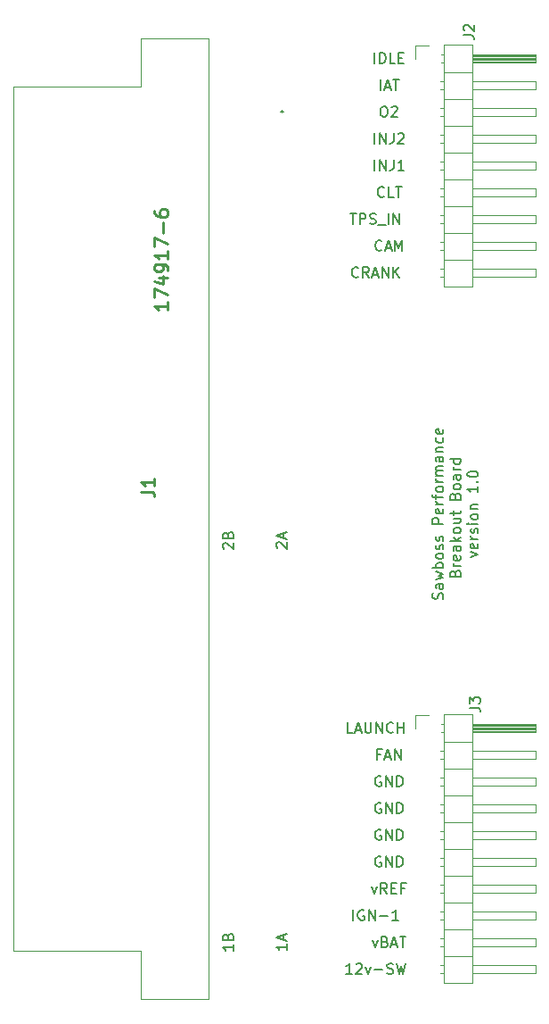
<source format=gbr>
%TF.GenerationSoftware,KiCad,Pcbnew,(5.1.6)-1*%
%TF.CreationDate,2021-09-19T14:55:01-05:00*%
%TF.ProjectId,BptoMega2,4270746f-4d65-4676-9132-2e6b69636164,rev?*%
%TF.SameCoordinates,Original*%
%TF.FileFunction,Legend,Top*%
%TF.FilePolarity,Positive*%
%FSLAX46Y46*%
G04 Gerber Fmt 4.6, Leading zero omitted, Abs format (unit mm)*
G04 Created by KiCad (PCBNEW (5.1.6)-1) date 2021-09-19 14:55:01*
%MOMM*%
%LPD*%
G01*
G04 APERTURE LIST*
%ADD10C,0.150000*%
%ADD11C,0.200000*%
%ADD12C,0.100000*%
%ADD13C,0.120000*%
%ADD14C,0.254000*%
G04 APERTURE END LIST*
D10*
X86384761Y-119831428D02*
X86432380Y-119688571D01*
X86432380Y-119450476D01*
X86384761Y-119355238D01*
X86337142Y-119307619D01*
X86241904Y-119260000D01*
X86146666Y-119260000D01*
X86051428Y-119307619D01*
X86003809Y-119355238D01*
X85956190Y-119450476D01*
X85908571Y-119640952D01*
X85860952Y-119736190D01*
X85813333Y-119783809D01*
X85718095Y-119831428D01*
X85622857Y-119831428D01*
X85527619Y-119783809D01*
X85480000Y-119736190D01*
X85432380Y-119640952D01*
X85432380Y-119402857D01*
X85480000Y-119260000D01*
X86432380Y-118402857D02*
X85908571Y-118402857D01*
X85813333Y-118450476D01*
X85765714Y-118545714D01*
X85765714Y-118736190D01*
X85813333Y-118831428D01*
X86384761Y-118402857D02*
X86432380Y-118498095D01*
X86432380Y-118736190D01*
X86384761Y-118831428D01*
X86289523Y-118879047D01*
X86194285Y-118879047D01*
X86099047Y-118831428D01*
X86051428Y-118736190D01*
X86051428Y-118498095D01*
X86003809Y-118402857D01*
X85765714Y-118021904D02*
X86432380Y-117831428D01*
X85956190Y-117640952D01*
X86432380Y-117450476D01*
X85765714Y-117260000D01*
X86432380Y-116879047D02*
X85432380Y-116879047D01*
X85813333Y-116879047D02*
X85765714Y-116783809D01*
X85765714Y-116593333D01*
X85813333Y-116498095D01*
X85860952Y-116450476D01*
X85956190Y-116402857D01*
X86241904Y-116402857D01*
X86337142Y-116450476D01*
X86384761Y-116498095D01*
X86432380Y-116593333D01*
X86432380Y-116783809D01*
X86384761Y-116879047D01*
X86432380Y-115831428D02*
X86384761Y-115926666D01*
X86337142Y-115974285D01*
X86241904Y-116021904D01*
X85956190Y-116021904D01*
X85860952Y-115974285D01*
X85813333Y-115926666D01*
X85765714Y-115831428D01*
X85765714Y-115688571D01*
X85813333Y-115593333D01*
X85860952Y-115545714D01*
X85956190Y-115498095D01*
X86241904Y-115498095D01*
X86337142Y-115545714D01*
X86384761Y-115593333D01*
X86432380Y-115688571D01*
X86432380Y-115831428D01*
X86384761Y-115117142D02*
X86432380Y-115021904D01*
X86432380Y-114831428D01*
X86384761Y-114736190D01*
X86289523Y-114688571D01*
X86241904Y-114688571D01*
X86146666Y-114736190D01*
X86099047Y-114831428D01*
X86099047Y-114974285D01*
X86051428Y-115069523D01*
X85956190Y-115117142D01*
X85908571Y-115117142D01*
X85813333Y-115069523D01*
X85765714Y-114974285D01*
X85765714Y-114831428D01*
X85813333Y-114736190D01*
X86384761Y-114307619D02*
X86432380Y-114212380D01*
X86432380Y-114021904D01*
X86384761Y-113926666D01*
X86289523Y-113879047D01*
X86241904Y-113879047D01*
X86146666Y-113926666D01*
X86099047Y-114021904D01*
X86099047Y-114164761D01*
X86051428Y-114260000D01*
X85956190Y-114307619D01*
X85908571Y-114307619D01*
X85813333Y-114260000D01*
X85765714Y-114164761D01*
X85765714Y-114021904D01*
X85813333Y-113926666D01*
X86432380Y-112688571D02*
X85432380Y-112688571D01*
X85432380Y-112307619D01*
X85480000Y-112212380D01*
X85527619Y-112164761D01*
X85622857Y-112117142D01*
X85765714Y-112117142D01*
X85860952Y-112164761D01*
X85908571Y-112212380D01*
X85956190Y-112307619D01*
X85956190Y-112688571D01*
X86384761Y-111307619D02*
X86432380Y-111402857D01*
X86432380Y-111593333D01*
X86384761Y-111688571D01*
X86289523Y-111736190D01*
X85908571Y-111736190D01*
X85813333Y-111688571D01*
X85765714Y-111593333D01*
X85765714Y-111402857D01*
X85813333Y-111307619D01*
X85908571Y-111260000D01*
X86003809Y-111260000D01*
X86099047Y-111736190D01*
X86432380Y-110831428D02*
X85765714Y-110831428D01*
X85956190Y-110831428D02*
X85860952Y-110783809D01*
X85813333Y-110736190D01*
X85765714Y-110640952D01*
X85765714Y-110545714D01*
X85765714Y-110355238D02*
X85765714Y-109974285D01*
X86432380Y-110212380D02*
X85575238Y-110212380D01*
X85480000Y-110164761D01*
X85432380Y-110069523D01*
X85432380Y-109974285D01*
X86432380Y-109498095D02*
X86384761Y-109593333D01*
X86337142Y-109640952D01*
X86241904Y-109688571D01*
X85956190Y-109688571D01*
X85860952Y-109640952D01*
X85813333Y-109593333D01*
X85765714Y-109498095D01*
X85765714Y-109355238D01*
X85813333Y-109260000D01*
X85860952Y-109212380D01*
X85956190Y-109164761D01*
X86241904Y-109164761D01*
X86337142Y-109212380D01*
X86384761Y-109260000D01*
X86432380Y-109355238D01*
X86432380Y-109498095D01*
X86432380Y-108736190D02*
X85765714Y-108736190D01*
X85956190Y-108736190D02*
X85860952Y-108688571D01*
X85813333Y-108640952D01*
X85765714Y-108545714D01*
X85765714Y-108450476D01*
X86432380Y-108117142D02*
X85765714Y-108117142D01*
X85860952Y-108117142D02*
X85813333Y-108069523D01*
X85765714Y-107974285D01*
X85765714Y-107831428D01*
X85813333Y-107736190D01*
X85908571Y-107688571D01*
X86432380Y-107688571D01*
X85908571Y-107688571D02*
X85813333Y-107640952D01*
X85765714Y-107545714D01*
X85765714Y-107402857D01*
X85813333Y-107307619D01*
X85908571Y-107260000D01*
X86432380Y-107260000D01*
X86432380Y-106355238D02*
X85908571Y-106355238D01*
X85813333Y-106402857D01*
X85765714Y-106498095D01*
X85765714Y-106688571D01*
X85813333Y-106783809D01*
X86384761Y-106355238D02*
X86432380Y-106450476D01*
X86432380Y-106688571D01*
X86384761Y-106783809D01*
X86289523Y-106831428D01*
X86194285Y-106831428D01*
X86099047Y-106783809D01*
X86051428Y-106688571D01*
X86051428Y-106450476D01*
X86003809Y-106355238D01*
X85765714Y-105879047D02*
X86432380Y-105879047D01*
X85860952Y-105879047D02*
X85813333Y-105831428D01*
X85765714Y-105736190D01*
X85765714Y-105593333D01*
X85813333Y-105498095D01*
X85908571Y-105450476D01*
X86432380Y-105450476D01*
X86384761Y-104545714D02*
X86432380Y-104640952D01*
X86432380Y-104831428D01*
X86384761Y-104926666D01*
X86337142Y-104974285D01*
X86241904Y-105021904D01*
X85956190Y-105021904D01*
X85860952Y-104974285D01*
X85813333Y-104926666D01*
X85765714Y-104831428D01*
X85765714Y-104640952D01*
X85813333Y-104545714D01*
X86384761Y-103736190D02*
X86432380Y-103831428D01*
X86432380Y-104021904D01*
X86384761Y-104117142D01*
X86289523Y-104164761D01*
X85908571Y-104164761D01*
X85813333Y-104117142D01*
X85765714Y-104021904D01*
X85765714Y-103831428D01*
X85813333Y-103736190D01*
X85908571Y-103688571D01*
X86003809Y-103688571D01*
X86099047Y-104164761D01*
X87558571Y-117402857D02*
X87606190Y-117260000D01*
X87653809Y-117212380D01*
X87749047Y-117164761D01*
X87891904Y-117164761D01*
X87987142Y-117212380D01*
X88034761Y-117260000D01*
X88082380Y-117355238D01*
X88082380Y-117736190D01*
X87082380Y-117736190D01*
X87082380Y-117402857D01*
X87130000Y-117307619D01*
X87177619Y-117260000D01*
X87272857Y-117212380D01*
X87368095Y-117212380D01*
X87463333Y-117260000D01*
X87510952Y-117307619D01*
X87558571Y-117402857D01*
X87558571Y-117736190D01*
X88082380Y-116736190D02*
X87415714Y-116736190D01*
X87606190Y-116736190D02*
X87510952Y-116688571D01*
X87463333Y-116640952D01*
X87415714Y-116545714D01*
X87415714Y-116450476D01*
X88034761Y-115736190D02*
X88082380Y-115831428D01*
X88082380Y-116021904D01*
X88034761Y-116117142D01*
X87939523Y-116164761D01*
X87558571Y-116164761D01*
X87463333Y-116117142D01*
X87415714Y-116021904D01*
X87415714Y-115831428D01*
X87463333Y-115736190D01*
X87558571Y-115688571D01*
X87653809Y-115688571D01*
X87749047Y-116164761D01*
X88082380Y-114831428D02*
X87558571Y-114831428D01*
X87463333Y-114879047D01*
X87415714Y-114974285D01*
X87415714Y-115164761D01*
X87463333Y-115260000D01*
X88034761Y-114831428D02*
X88082380Y-114926666D01*
X88082380Y-115164761D01*
X88034761Y-115260000D01*
X87939523Y-115307619D01*
X87844285Y-115307619D01*
X87749047Y-115260000D01*
X87701428Y-115164761D01*
X87701428Y-114926666D01*
X87653809Y-114831428D01*
X88082380Y-114355238D02*
X87082380Y-114355238D01*
X87701428Y-114260000D02*
X88082380Y-113974285D01*
X87415714Y-113974285D02*
X87796666Y-114355238D01*
X88082380Y-113402857D02*
X88034761Y-113498095D01*
X87987142Y-113545714D01*
X87891904Y-113593333D01*
X87606190Y-113593333D01*
X87510952Y-113545714D01*
X87463333Y-113498095D01*
X87415714Y-113402857D01*
X87415714Y-113260000D01*
X87463333Y-113164761D01*
X87510952Y-113117142D01*
X87606190Y-113069523D01*
X87891904Y-113069523D01*
X87987142Y-113117142D01*
X88034761Y-113164761D01*
X88082380Y-113260000D01*
X88082380Y-113402857D01*
X87415714Y-112212380D02*
X88082380Y-112212380D01*
X87415714Y-112640952D02*
X87939523Y-112640952D01*
X88034761Y-112593333D01*
X88082380Y-112498095D01*
X88082380Y-112355238D01*
X88034761Y-112260000D01*
X87987142Y-112212380D01*
X87415714Y-111879047D02*
X87415714Y-111498095D01*
X87082380Y-111736190D02*
X87939523Y-111736190D01*
X88034761Y-111688571D01*
X88082380Y-111593333D01*
X88082380Y-111498095D01*
X87558571Y-110069523D02*
X87606190Y-109926666D01*
X87653809Y-109879047D01*
X87749047Y-109831428D01*
X87891904Y-109831428D01*
X87987142Y-109879047D01*
X88034761Y-109926666D01*
X88082380Y-110021904D01*
X88082380Y-110402857D01*
X87082380Y-110402857D01*
X87082380Y-110069523D01*
X87130000Y-109974285D01*
X87177619Y-109926666D01*
X87272857Y-109879047D01*
X87368095Y-109879047D01*
X87463333Y-109926666D01*
X87510952Y-109974285D01*
X87558571Y-110069523D01*
X87558571Y-110402857D01*
X88082380Y-109260000D02*
X88034761Y-109355238D01*
X87987142Y-109402857D01*
X87891904Y-109450476D01*
X87606190Y-109450476D01*
X87510952Y-109402857D01*
X87463333Y-109355238D01*
X87415714Y-109260000D01*
X87415714Y-109117142D01*
X87463333Y-109021904D01*
X87510952Y-108974285D01*
X87606190Y-108926666D01*
X87891904Y-108926666D01*
X87987142Y-108974285D01*
X88034761Y-109021904D01*
X88082380Y-109117142D01*
X88082380Y-109260000D01*
X88082380Y-108069523D02*
X87558571Y-108069523D01*
X87463333Y-108117142D01*
X87415714Y-108212380D01*
X87415714Y-108402857D01*
X87463333Y-108498095D01*
X88034761Y-108069523D02*
X88082380Y-108164761D01*
X88082380Y-108402857D01*
X88034761Y-108498095D01*
X87939523Y-108545714D01*
X87844285Y-108545714D01*
X87749047Y-108498095D01*
X87701428Y-108402857D01*
X87701428Y-108164761D01*
X87653809Y-108069523D01*
X88082380Y-107593333D02*
X87415714Y-107593333D01*
X87606190Y-107593333D02*
X87510952Y-107545714D01*
X87463333Y-107498095D01*
X87415714Y-107402857D01*
X87415714Y-107307619D01*
X88082380Y-106545714D02*
X87082380Y-106545714D01*
X88034761Y-106545714D02*
X88082380Y-106640952D01*
X88082380Y-106831428D01*
X88034761Y-106926666D01*
X87987142Y-106974285D01*
X87891904Y-107021904D01*
X87606190Y-107021904D01*
X87510952Y-106974285D01*
X87463333Y-106926666D01*
X87415714Y-106831428D01*
X87415714Y-106640952D01*
X87463333Y-106545714D01*
X89065714Y-115855238D02*
X89732380Y-115617142D01*
X89065714Y-115379047D01*
X89684761Y-114617142D02*
X89732380Y-114712380D01*
X89732380Y-114902857D01*
X89684761Y-114998095D01*
X89589523Y-115045714D01*
X89208571Y-115045714D01*
X89113333Y-114998095D01*
X89065714Y-114902857D01*
X89065714Y-114712380D01*
X89113333Y-114617142D01*
X89208571Y-114569523D01*
X89303809Y-114569523D01*
X89399047Y-115045714D01*
X89732380Y-114140952D02*
X89065714Y-114140952D01*
X89256190Y-114140952D02*
X89160952Y-114093333D01*
X89113333Y-114045714D01*
X89065714Y-113950476D01*
X89065714Y-113855238D01*
X89684761Y-113569523D02*
X89732380Y-113474285D01*
X89732380Y-113283809D01*
X89684761Y-113188571D01*
X89589523Y-113140952D01*
X89541904Y-113140952D01*
X89446666Y-113188571D01*
X89399047Y-113283809D01*
X89399047Y-113426666D01*
X89351428Y-113521904D01*
X89256190Y-113569523D01*
X89208571Y-113569523D01*
X89113333Y-113521904D01*
X89065714Y-113426666D01*
X89065714Y-113283809D01*
X89113333Y-113188571D01*
X89732380Y-112712380D02*
X89065714Y-112712380D01*
X88732380Y-112712380D02*
X88780000Y-112760000D01*
X88827619Y-112712380D01*
X88780000Y-112664761D01*
X88732380Y-112712380D01*
X88827619Y-112712380D01*
X89732380Y-112093333D02*
X89684761Y-112188571D01*
X89637142Y-112236190D01*
X89541904Y-112283809D01*
X89256190Y-112283809D01*
X89160952Y-112236190D01*
X89113333Y-112188571D01*
X89065714Y-112093333D01*
X89065714Y-111950476D01*
X89113333Y-111855238D01*
X89160952Y-111807619D01*
X89256190Y-111760000D01*
X89541904Y-111760000D01*
X89637142Y-111807619D01*
X89684761Y-111855238D01*
X89732380Y-111950476D01*
X89732380Y-112093333D01*
X89065714Y-111331428D02*
X89732380Y-111331428D01*
X89160952Y-111331428D02*
X89113333Y-111283809D01*
X89065714Y-111188571D01*
X89065714Y-111045714D01*
X89113333Y-110950476D01*
X89208571Y-110902857D01*
X89732380Y-110902857D01*
X89732380Y-109140952D02*
X89732380Y-109712380D01*
X89732380Y-109426666D02*
X88732380Y-109426666D01*
X88875238Y-109521904D01*
X88970476Y-109617142D01*
X89018095Y-109712380D01*
X89637142Y-108712380D02*
X89684761Y-108664761D01*
X89732380Y-108712380D01*
X89684761Y-108760000D01*
X89637142Y-108712380D01*
X89732380Y-108712380D01*
X88732380Y-108045714D02*
X88732380Y-107950476D01*
X88780000Y-107855238D01*
X88827619Y-107807619D01*
X88922857Y-107760000D01*
X89113333Y-107712380D01*
X89351428Y-107712380D01*
X89541904Y-107760000D01*
X89637142Y-107807619D01*
X89684761Y-107855238D01*
X89732380Y-107950476D01*
X89732380Y-108045714D01*
X89684761Y-108140952D01*
X89637142Y-108188571D01*
X89541904Y-108236190D01*
X89351428Y-108283809D01*
X89113333Y-108283809D01*
X88922857Y-108236190D01*
X88827619Y-108188571D01*
X88780000Y-108140952D01*
X88732380Y-108045714D01*
X66492380Y-152614285D02*
X66492380Y-153185714D01*
X66492380Y-152900000D02*
X65492380Y-152900000D01*
X65635238Y-152995238D01*
X65730476Y-153090476D01*
X65778095Y-153185714D01*
X65968571Y-151852380D02*
X66016190Y-151709523D01*
X66063809Y-151661904D01*
X66159047Y-151614285D01*
X66301904Y-151614285D01*
X66397142Y-151661904D01*
X66444761Y-151709523D01*
X66492380Y-151804761D01*
X66492380Y-152185714D01*
X65492380Y-152185714D01*
X65492380Y-151852380D01*
X65540000Y-151757142D01*
X65587619Y-151709523D01*
X65682857Y-151661904D01*
X65778095Y-151661904D01*
X65873333Y-151709523D01*
X65920952Y-151757142D01*
X65968571Y-151852380D01*
X65968571Y-152185714D01*
X71572380Y-152542857D02*
X71572380Y-153114285D01*
X71572380Y-152828571D02*
X70572380Y-152828571D01*
X70715238Y-152923809D01*
X70810476Y-153019047D01*
X70858095Y-153114285D01*
X71286666Y-152161904D02*
X71286666Y-151685714D01*
X71572380Y-152257142D02*
X70572380Y-151923809D01*
X71572380Y-151590476D01*
X65587619Y-115085714D02*
X65540000Y-115038095D01*
X65492380Y-114942857D01*
X65492380Y-114704761D01*
X65540000Y-114609523D01*
X65587619Y-114561904D01*
X65682857Y-114514285D01*
X65778095Y-114514285D01*
X65920952Y-114561904D01*
X66492380Y-115133333D01*
X66492380Y-114514285D01*
X65968571Y-113752380D02*
X66016190Y-113609523D01*
X66063809Y-113561904D01*
X66159047Y-113514285D01*
X66301904Y-113514285D01*
X66397142Y-113561904D01*
X66444761Y-113609523D01*
X66492380Y-113704761D01*
X66492380Y-114085714D01*
X65492380Y-114085714D01*
X65492380Y-113752380D01*
X65540000Y-113657142D01*
X65587619Y-113609523D01*
X65682857Y-113561904D01*
X65778095Y-113561904D01*
X65873333Y-113609523D01*
X65920952Y-113657142D01*
X65968571Y-113752380D01*
X65968571Y-114085714D01*
X70667619Y-115014285D02*
X70620000Y-114966666D01*
X70572380Y-114871428D01*
X70572380Y-114633333D01*
X70620000Y-114538095D01*
X70667619Y-114490476D01*
X70762857Y-114442857D01*
X70858095Y-114442857D01*
X71000952Y-114490476D01*
X71572380Y-115061904D01*
X71572380Y-114442857D01*
X71286666Y-114061904D02*
X71286666Y-113585714D01*
X71572380Y-114157142D02*
X70572380Y-113823809D01*
X71572380Y-113490476D01*
D11*
%TO.C,J1*%
X71020000Y-73630000D02*
X71020000Y-73630000D01*
X71220000Y-73630000D02*
X71220000Y-73630000D01*
D12*
X57720000Y-157780000D02*
X64120000Y-157780000D01*
X57720000Y-153230000D02*
X57720000Y-157780000D01*
X45620000Y-153230000D02*
X57720000Y-153230000D01*
X45620000Y-71230000D02*
X45620000Y-153230000D01*
X46120000Y-71230000D02*
X45620000Y-71230000D01*
X57720000Y-71230000D02*
X46120000Y-71230000D01*
X57720000Y-66680000D02*
X57720000Y-71230000D01*
X64120000Y-66680000D02*
X57720000Y-66680000D01*
X64120000Y-157780000D02*
X64120000Y-66680000D01*
D11*
X71020000Y-73630000D02*
G75*
G02*
X71220000Y-73630000I100000J0D01*
G01*
X71220000Y-73630000D02*
G75*
G02*
X71020000Y-73630000I-100000J0D01*
G01*
D13*
%TO.C,J2*%
X83820000Y-67310000D02*
X85090000Y-67310000D01*
X83820000Y-68580000D02*
X83820000Y-67310000D01*
X86132929Y-89280000D02*
X86530000Y-89280000D01*
X86132929Y-88520000D02*
X86530000Y-88520000D01*
X95190000Y-89280000D02*
X89190000Y-89280000D01*
X95190000Y-88520000D02*
X95190000Y-89280000D01*
X89190000Y-88520000D02*
X95190000Y-88520000D01*
X86530000Y-87630000D02*
X89190000Y-87630000D01*
X86132929Y-86740000D02*
X86530000Y-86740000D01*
X86132929Y-85980000D02*
X86530000Y-85980000D01*
X95190000Y-86740000D02*
X89190000Y-86740000D01*
X95190000Y-85980000D02*
X95190000Y-86740000D01*
X89190000Y-85980000D02*
X95190000Y-85980000D01*
X86530000Y-85090000D02*
X89190000Y-85090000D01*
X86132929Y-84200000D02*
X86530000Y-84200000D01*
X86132929Y-83440000D02*
X86530000Y-83440000D01*
X95190000Y-84200000D02*
X89190000Y-84200000D01*
X95190000Y-83440000D02*
X95190000Y-84200000D01*
X89190000Y-83440000D02*
X95190000Y-83440000D01*
X86530000Y-82550000D02*
X89190000Y-82550000D01*
X86132929Y-81660000D02*
X86530000Y-81660000D01*
X86132929Y-80900000D02*
X86530000Y-80900000D01*
X95190000Y-81660000D02*
X89190000Y-81660000D01*
X95190000Y-80900000D02*
X95190000Y-81660000D01*
X89190000Y-80900000D02*
X95190000Y-80900000D01*
X86530000Y-80010000D02*
X89190000Y-80010000D01*
X86132929Y-79120000D02*
X86530000Y-79120000D01*
X86132929Y-78360000D02*
X86530000Y-78360000D01*
X95190000Y-79120000D02*
X89190000Y-79120000D01*
X95190000Y-78360000D02*
X95190000Y-79120000D01*
X89190000Y-78360000D02*
X95190000Y-78360000D01*
X86530000Y-77470000D02*
X89190000Y-77470000D01*
X86132929Y-76580000D02*
X86530000Y-76580000D01*
X86132929Y-75820000D02*
X86530000Y-75820000D01*
X95190000Y-76580000D02*
X89190000Y-76580000D01*
X95190000Y-75820000D02*
X95190000Y-76580000D01*
X89190000Y-75820000D02*
X95190000Y-75820000D01*
X86530000Y-74930000D02*
X89190000Y-74930000D01*
X86132929Y-74040000D02*
X86530000Y-74040000D01*
X86132929Y-73280000D02*
X86530000Y-73280000D01*
X95190000Y-74040000D02*
X89190000Y-74040000D01*
X95190000Y-73280000D02*
X95190000Y-74040000D01*
X89190000Y-73280000D02*
X95190000Y-73280000D01*
X86530000Y-72390000D02*
X89190000Y-72390000D01*
X86132929Y-71500000D02*
X86530000Y-71500000D01*
X86132929Y-70740000D02*
X86530000Y-70740000D01*
X95190000Y-71500000D02*
X89190000Y-71500000D01*
X95190000Y-70740000D02*
X95190000Y-71500000D01*
X89190000Y-70740000D02*
X95190000Y-70740000D01*
X86530000Y-69850000D02*
X89190000Y-69850000D01*
X86200000Y-68960000D02*
X86530000Y-68960000D01*
X86200000Y-68200000D02*
X86530000Y-68200000D01*
X89190000Y-68860000D02*
X95190000Y-68860000D01*
X89190000Y-68740000D02*
X95190000Y-68740000D01*
X89190000Y-68620000D02*
X95190000Y-68620000D01*
X89190000Y-68500000D02*
X95190000Y-68500000D01*
X89190000Y-68380000D02*
X95190000Y-68380000D01*
X89190000Y-68260000D02*
X95190000Y-68260000D01*
X95190000Y-68960000D02*
X89190000Y-68960000D01*
X95190000Y-68200000D02*
X95190000Y-68960000D01*
X89190000Y-68200000D02*
X95190000Y-68200000D01*
X89190000Y-67250000D02*
X86530000Y-67250000D01*
X89190000Y-90230000D02*
X89190000Y-67250000D01*
X86530000Y-90230000D02*
X89190000Y-90230000D01*
X86530000Y-67250000D02*
X86530000Y-90230000D01*
%TO.C,J3*%
X83820000Y-130810000D02*
X85090000Y-130810000D01*
X83820000Y-132080000D02*
X83820000Y-130810000D01*
X86132929Y-155320000D02*
X86530000Y-155320000D01*
X86132929Y-154560000D02*
X86530000Y-154560000D01*
X95190000Y-155320000D02*
X89190000Y-155320000D01*
X95190000Y-154560000D02*
X95190000Y-155320000D01*
X89190000Y-154560000D02*
X95190000Y-154560000D01*
X86530000Y-153670000D02*
X89190000Y-153670000D01*
X86132929Y-152780000D02*
X86530000Y-152780000D01*
X86132929Y-152020000D02*
X86530000Y-152020000D01*
X95190000Y-152780000D02*
X89190000Y-152780000D01*
X95190000Y-152020000D02*
X95190000Y-152780000D01*
X89190000Y-152020000D02*
X95190000Y-152020000D01*
X86530000Y-151130000D02*
X89190000Y-151130000D01*
X86132929Y-150240000D02*
X86530000Y-150240000D01*
X86132929Y-149480000D02*
X86530000Y-149480000D01*
X95190000Y-150240000D02*
X89190000Y-150240000D01*
X95190000Y-149480000D02*
X95190000Y-150240000D01*
X89190000Y-149480000D02*
X95190000Y-149480000D01*
X86530000Y-148590000D02*
X89190000Y-148590000D01*
X86132929Y-147700000D02*
X86530000Y-147700000D01*
X86132929Y-146940000D02*
X86530000Y-146940000D01*
X95190000Y-147700000D02*
X89190000Y-147700000D01*
X95190000Y-146940000D02*
X95190000Y-147700000D01*
X89190000Y-146940000D02*
X95190000Y-146940000D01*
X86530000Y-146050000D02*
X89190000Y-146050000D01*
X86132929Y-145160000D02*
X86530000Y-145160000D01*
X86132929Y-144400000D02*
X86530000Y-144400000D01*
X95190000Y-145160000D02*
X89190000Y-145160000D01*
X95190000Y-144400000D02*
X95190000Y-145160000D01*
X89190000Y-144400000D02*
X95190000Y-144400000D01*
X86530000Y-143510000D02*
X89190000Y-143510000D01*
X86132929Y-142620000D02*
X86530000Y-142620000D01*
X86132929Y-141860000D02*
X86530000Y-141860000D01*
X95190000Y-142620000D02*
X89190000Y-142620000D01*
X95190000Y-141860000D02*
X95190000Y-142620000D01*
X89190000Y-141860000D02*
X95190000Y-141860000D01*
X86530000Y-140970000D02*
X89190000Y-140970000D01*
X86132929Y-140080000D02*
X86530000Y-140080000D01*
X86132929Y-139320000D02*
X86530000Y-139320000D01*
X95190000Y-140080000D02*
X89190000Y-140080000D01*
X95190000Y-139320000D02*
X95190000Y-140080000D01*
X89190000Y-139320000D02*
X95190000Y-139320000D01*
X86530000Y-138430000D02*
X89190000Y-138430000D01*
X86132929Y-137540000D02*
X86530000Y-137540000D01*
X86132929Y-136780000D02*
X86530000Y-136780000D01*
X95190000Y-137540000D02*
X89190000Y-137540000D01*
X95190000Y-136780000D02*
X95190000Y-137540000D01*
X89190000Y-136780000D02*
X95190000Y-136780000D01*
X86530000Y-135890000D02*
X89190000Y-135890000D01*
X86132929Y-135000000D02*
X86530000Y-135000000D01*
X86132929Y-134240000D02*
X86530000Y-134240000D01*
X95190000Y-135000000D02*
X89190000Y-135000000D01*
X95190000Y-134240000D02*
X95190000Y-135000000D01*
X89190000Y-134240000D02*
X95190000Y-134240000D01*
X86530000Y-133350000D02*
X89190000Y-133350000D01*
X86200000Y-132460000D02*
X86530000Y-132460000D01*
X86200000Y-131700000D02*
X86530000Y-131700000D01*
X89190000Y-132360000D02*
X95190000Y-132360000D01*
X89190000Y-132240000D02*
X95190000Y-132240000D01*
X89190000Y-132120000D02*
X95190000Y-132120000D01*
X89190000Y-132000000D02*
X95190000Y-132000000D01*
X89190000Y-131880000D02*
X95190000Y-131880000D01*
X89190000Y-131760000D02*
X95190000Y-131760000D01*
X95190000Y-132460000D02*
X89190000Y-132460000D01*
X95190000Y-131700000D02*
X95190000Y-132460000D01*
X89190000Y-131700000D02*
X95190000Y-131700000D01*
X89190000Y-130750000D02*
X86530000Y-130750000D01*
X89190000Y-156270000D02*
X89190000Y-130750000D01*
X86530000Y-156270000D02*
X89190000Y-156270000D01*
X86530000Y-130750000D02*
X86530000Y-156270000D01*
%TO.C,J1*%
D14*
X57724523Y-109643333D02*
X58631666Y-109643333D01*
X58813095Y-109703809D01*
X58934047Y-109824761D01*
X58994523Y-110006190D01*
X58994523Y-110127142D01*
X58994523Y-108373333D02*
X58994523Y-109099047D01*
X58994523Y-108736190D02*
X57724523Y-108736190D01*
X57905952Y-108857142D01*
X58026904Y-108978095D01*
X58087380Y-109099047D01*
X60264523Y-91681904D02*
X60264523Y-92407619D01*
X60264523Y-92044761D02*
X58994523Y-92044761D01*
X59175952Y-92165714D01*
X59296904Y-92286666D01*
X59357380Y-92407619D01*
X58994523Y-91258571D02*
X58994523Y-90411904D01*
X60264523Y-90956190D01*
X59417857Y-89383809D02*
X60264523Y-89383809D01*
X58934047Y-89686190D02*
X59841190Y-89988571D01*
X59841190Y-89202380D01*
X60264523Y-88658095D02*
X60264523Y-88416190D01*
X60204047Y-88295238D01*
X60143571Y-88234761D01*
X59962142Y-88113809D01*
X59720238Y-88053333D01*
X59236428Y-88053333D01*
X59115476Y-88113809D01*
X59055000Y-88174285D01*
X58994523Y-88295238D01*
X58994523Y-88537142D01*
X59055000Y-88658095D01*
X59115476Y-88718571D01*
X59236428Y-88779047D01*
X59538809Y-88779047D01*
X59659761Y-88718571D01*
X59720238Y-88658095D01*
X59780714Y-88537142D01*
X59780714Y-88295238D01*
X59720238Y-88174285D01*
X59659761Y-88113809D01*
X59538809Y-88053333D01*
X60264523Y-86843809D02*
X60264523Y-87569523D01*
X60264523Y-87206666D02*
X58994523Y-87206666D01*
X59175952Y-87327619D01*
X59296904Y-87448571D01*
X59357380Y-87569523D01*
X58994523Y-86420476D02*
X58994523Y-85573809D01*
X60264523Y-86118095D01*
X59780714Y-85090000D02*
X59780714Y-84122380D01*
X58994523Y-82973333D02*
X58994523Y-83215238D01*
X59055000Y-83336190D01*
X59115476Y-83396666D01*
X59296904Y-83517619D01*
X59538809Y-83578095D01*
X60022619Y-83578095D01*
X60143571Y-83517619D01*
X60204047Y-83457142D01*
X60264523Y-83336190D01*
X60264523Y-83094285D01*
X60204047Y-82973333D01*
X60143571Y-82912857D01*
X60022619Y-82852380D01*
X59720238Y-82852380D01*
X59599285Y-82912857D01*
X59538809Y-82973333D01*
X59478333Y-83094285D01*
X59478333Y-83336190D01*
X59538809Y-83457142D01*
X59599285Y-83517619D01*
X59720238Y-83578095D01*
%TO.C,J2*%
D10*
X88352380Y-66373333D02*
X89066666Y-66373333D01*
X89209523Y-66420952D01*
X89304761Y-66516190D01*
X89352380Y-66659047D01*
X89352380Y-66754285D01*
X88447619Y-65944761D02*
X88400000Y-65897142D01*
X88352380Y-65801904D01*
X88352380Y-65563809D01*
X88400000Y-65468571D01*
X88447619Y-65420952D01*
X88542857Y-65373333D01*
X88638095Y-65373333D01*
X88780952Y-65420952D01*
X89352380Y-65992380D01*
X89352380Y-65373333D01*
X78367142Y-89257142D02*
X78319523Y-89304761D01*
X78176666Y-89352380D01*
X78081428Y-89352380D01*
X77938571Y-89304761D01*
X77843333Y-89209523D01*
X77795714Y-89114285D01*
X77748095Y-88923809D01*
X77748095Y-88780952D01*
X77795714Y-88590476D01*
X77843333Y-88495238D01*
X77938571Y-88400000D01*
X78081428Y-88352380D01*
X78176666Y-88352380D01*
X78319523Y-88400000D01*
X78367142Y-88447619D01*
X79367142Y-89352380D02*
X79033809Y-88876190D01*
X78795714Y-89352380D02*
X78795714Y-88352380D01*
X79176666Y-88352380D01*
X79271904Y-88400000D01*
X79319523Y-88447619D01*
X79367142Y-88542857D01*
X79367142Y-88685714D01*
X79319523Y-88780952D01*
X79271904Y-88828571D01*
X79176666Y-88876190D01*
X78795714Y-88876190D01*
X79748095Y-89066666D02*
X80224285Y-89066666D01*
X79652857Y-89352380D02*
X79986190Y-88352380D01*
X80319523Y-89352380D01*
X80652857Y-89352380D02*
X80652857Y-88352380D01*
X81224285Y-89352380D01*
X81224285Y-88352380D01*
X81700476Y-89352380D02*
X81700476Y-88352380D01*
X82271904Y-89352380D02*
X81843333Y-88780952D01*
X82271904Y-88352380D02*
X81700476Y-88923809D01*
X80589523Y-86717142D02*
X80541904Y-86764761D01*
X80399047Y-86812380D01*
X80303809Y-86812380D01*
X80160952Y-86764761D01*
X80065714Y-86669523D01*
X80018095Y-86574285D01*
X79970476Y-86383809D01*
X79970476Y-86240952D01*
X80018095Y-86050476D01*
X80065714Y-85955238D01*
X80160952Y-85860000D01*
X80303809Y-85812380D01*
X80399047Y-85812380D01*
X80541904Y-85860000D01*
X80589523Y-85907619D01*
X80970476Y-86526666D02*
X81446666Y-86526666D01*
X80875238Y-86812380D02*
X81208571Y-85812380D01*
X81541904Y-86812380D01*
X81875238Y-86812380D02*
X81875238Y-85812380D01*
X82208571Y-86526666D01*
X82541904Y-85812380D01*
X82541904Y-86812380D01*
X77605238Y-83272380D02*
X78176666Y-83272380D01*
X77890952Y-84272380D02*
X77890952Y-83272380D01*
X78510000Y-84272380D02*
X78510000Y-83272380D01*
X78890952Y-83272380D01*
X78986190Y-83320000D01*
X79033809Y-83367619D01*
X79081428Y-83462857D01*
X79081428Y-83605714D01*
X79033809Y-83700952D01*
X78986190Y-83748571D01*
X78890952Y-83796190D01*
X78510000Y-83796190D01*
X79462380Y-84224761D02*
X79605238Y-84272380D01*
X79843333Y-84272380D01*
X79938571Y-84224761D01*
X79986190Y-84177142D01*
X80033809Y-84081904D01*
X80033809Y-83986666D01*
X79986190Y-83891428D01*
X79938571Y-83843809D01*
X79843333Y-83796190D01*
X79652857Y-83748571D01*
X79557619Y-83700952D01*
X79510000Y-83653333D01*
X79462380Y-83558095D01*
X79462380Y-83462857D01*
X79510000Y-83367619D01*
X79557619Y-83320000D01*
X79652857Y-83272380D01*
X79890952Y-83272380D01*
X80033809Y-83320000D01*
X80224285Y-84367619D02*
X80986190Y-84367619D01*
X81224285Y-84272380D02*
X81224285Y-83272380D01*
X81700476Y-84272380D02*
X81700476Y-83272380D01*
X82271904Y-84272380D01*
X82271904Y-83272380D01*
X80708571Y-73112380D02*
X80899047Y-73112380D01*
X80994285Y-73160000D01*
X81089523Y-73255238D01*
X81137142Y-73445714D01*
X81137142Y-73779047D01*
X81089523Y-73969523D01*
X80994285Y-74064761D01*
X80899047Y-74112380D01*
X80708571Y-74112380D01*
X80613333Y-74064761D01*
X80518095Y-73969523D01*
X80470476Y-73779047D01*
X80470476Y-73445714D01*
X80518095Y-73255238D01*
X80613333Y-73160000D01*
X80708571Y-73112380D01*
X81518095Y-73207619D02*
X81565714Y-73160000D01*
X81660952Y-73112380D01*
X81899047Y-73112380D01*
X81994285Y-73160000D01*
X82041904Y-73207619D01*
X82089523Y-73302857D01*
X82089523Y-73398095D01*
X82041904Y-73540952D01*
X81470476Y-74112380D01*
X82089523Y-74112380D01*
X80470476Y-71572380D02*
X80470476Y-70572380D01*
X80899047Y-71286666D02*
X81375238Y-71286666D01*
X80803809Y-71572380D02*
X81137142Y-70572380D01*
X81470476Y-71572380D01*
X81660952Y-70572380D02*
X82232380Y-70572380D01*
X81946666Y-71572380D02*
X81946666Y-70572380D01*
X80803809Y-81637142D02*
X80756190Y-81684761D01*
X80613333Y-81732380D01*
X80518095Y-81732380D01*
X80375238Y-81684761D01*
X80280000Y-81589523D01*
X80232380Y-81494285D01*
X80184761Y-81303809D01*
X80184761Y-81160952D01*
X80232380Y-80970476D01*
X80280000Y-80875238D01*
X80375238Y-80780000D01*
X80518095Y-80732380D01*
X80613333Y-80732380D01*
X80756190Y-80780000D01*
X80803809Y-80827619D01*
X81708571Y-81732380D02*
X81232380Y-81732380D01*
X81232380Y-80732380D01*
X81899047Y-80732380D02*
X82470476Y-80732380D01*
X82184761Y-81732380D02*
X82184761Y-80732380D01*
X79899047Y-79192380D02*
X79899047Y-78192380D01*
X80375238Y-79192380D02*
X80375238Y-78192380D01*
X80946666Y-79192380D01*
X80946666Y-78192380D01*
X81708571Y-78192380D02*
X81708571Y-78906666D01*
X81660952Y-79049523D01*
X81565714Y-79144761D01*
X81422857Y-79192380D01*
X81327619Y-79192380D01*
X82708571Y-79192380D02*
X82137142Y-79192380D01*
X82422857Y-79192380D02*
X82422857Y-78192380D01*
X82327619Y-78335238D01*
X82232380Y-78430476D01*
X82137142Y-78478095D01*
X79899047Y-76652380D02*
X79899047Y-75652380D01*
X80375238Y-76652380D02*
X80375238Y-75652380D01*
X80946666Y-76652380D01*
X80946666Y-75652380D01*
X81708571Y-75652380D02*
X81708571Y-76366666D01*
X81660952Y-76509523D01*
X81565714Y-76604761D01*
X81422857Y-76652380D01*
X81327619Y-76652380D01*
X82137142Y-75747619D02*
X82184761Y-75700000D01*
X82280000Y-75652380D01*
X82518095Y-75652380D01*
X82613333Y-75700000D01*
X82660952Y-75747619D01*
X82708571Y-75842857D01*
X82708571Y-75938095D01*
X82660952Y-76080952D01*
X82089523Y-76652380D01*
X82708571Y-76652380D01*
X79922857Y-69032380D02*
X79922857Y-68032380D01*
X80399047Y-69032380D02*
X80399047Y-68032380D01*
X80637142Y-68032380D01*
X80780000Y-68080000D01*
X80875238Y-68175238D01*
X80922857Y-68270476D01*
X80970476Y-68460952D01*
X80970476Y-68603809D01*
X80922857Y-68794285D01*
X80875238Y-68889523D01*
X80780000Y-68984761D01*
X80637142Y-69032380D01*
X80399047Y-69032380D01*
X81875238Y-69032380D02*
X81399047Y-69032380D01*
X81399047Y-68032380D01*
X82208571Y-68508571D02*
X82541904Y-68508571D01*
X82684761Y-69032380D02*
X82208571Y-69032380D01*
X82208571Y-68032380D01*
X82684761Y-68032380D01*
%TO.C,J3*%
X88927380Y-130143333D02*
X89641666Y-130143333D01*
X89784523Y-130190952D01*
X89879761Y-130286190D01*
X89927380Y-130429047D01*
X89927380Y-130524285D01*
X88927380Y-129762380D02*
X88927380Y-129143333D01*
X89308333Y-129476666D01*
X89308333Y-129333809D01*
X89355952Y-129238571D01*
X89403571Y-129190952D01*
X89498809Y-129143333D01*
X89736904Y-129143333D01*
X89832142Y-129190952D01*
X89879761Y-129238571D01*
X89927380Y-129333809D01*
X89927380Y-129619523D01*
X89879761Y-129714761D01*
X89832142Y-129762380D01*
X77771904Y-155392380D02*
X77200476Y-155392380D01*
X77486190Y-155392380D02*
X77486190Y-154392380D01*
X77390952Y-154535238D01*
X77295714Y-154630476D01*
X77200476Y-154678095D01*
X78152857Y-154487619D02*
X78200476Y-154440000D01*
X78295714Y-154392380D01*
X78533809Y-154392380D01*
X78629047Y-154440000D01*
X78676666Y-154487619D01*
X78724285Y-154582857D01*
X78724285Y-154678095D01*
X78676666Y-154820952D01*
X78105238Y-155392380D01*
X78724285Y-155392380D01*
X79057619Y-154725714D02*
X79295714Y-155392380D01*
X79533809Y-154725714D01*
X79914761Y-155011428D02*
X80676666Y-155011428D01*
X81105238Y-155344761D02*
X81248095Y-155392380D01*
X81486190Y-155392380D01*
X81581428Y-155344761D01*
X81629047Y-155297142D01*
X81676666Y-155201904D01*
X81676666Y-155106666D01*
X81629047Y-155011428D01*
X81581428Y-154963809D01*
X81486190Y-154916190D01*
X81295714Y-154868571D01*
X81200476Y-154820952D01*
X81152857Y-154773333D01*
X81105238Y-154678095D01*
X81105238Y-154582857D01*
X81152857Y-154487619D01*
X81200476Y-154440000D01*
X81295714Y-154392380D01*
X81533809Y-154392380D01*
X81676666Y-154440000D01*
X82010000Y-154392380D02*
X82248095Y-155392380D01*
X82438571Y-154678095D01*
X82629047Y-155392380D01*
X82867142Y-154392380D01*
X79732380Y-152185714D02*
X79970476Y-152852380D01*
X80208571Y-152185714D01*
X80922857Y-152328571D02*
X81065714Y-152376190D01*
X81113333Y-152423809D01*
X81160952Y-152519047D01*
X81160952Y-152661904D01*
X81113333Y-152757142D01*
X81065714Y-152804761D01*
X80970476Y-152852380D01*
X80589523Y-152852380D01*
X80589523Y-151852380D01*
X80922857Y-151852380D01*
X81018095Y-151900000D01*
X81065714Y-151947619D01*
X81113333Y-152042857D01*
X81113333Y-152138095D01*
X81065714Y-152233333D01*
X81018095Y-152280952D01*
X80922857Y-152328571D01*
X80589523Y-152328571D01*
X81541904Y-152566666D02*
X82018095Y-152566666D01*
X81446666Y-152852380D02*
X81780000Y-151852380D01*
X82113333Y-152852380D01*
X82303809Y-151852380D02*
X82875238Y-151852380D01*
X82589523Y-152852380D02*
X82589523Y-151852380D01*
X80518095Y-136660000D02*
X80422857Y-136612380D01*
X80280000Y-136612380D01*
X80137142Y-136660000D01*
X80041904Y-136755238D01*
X79994285Y-136850476D01*
X79946666Y-137040952D01*
X79946666Y-137183809D01*
X79994285Y-137374285D01*
X80041904Y-137469523D01*
X80137142Y-137564761D01*
X80280000Y-137612380D01*
X80375238Y-137612380D01*
X80518095Y-137564761D01*
X80565714Y-137517142D01*
X80565714Y-137183809D01*
X80375238Y-137183809D01*
X80994285Y-137612380D02*
X80994285Y-136612380D01*
X81565714Y-137612380D01*
X81565714Y-136612380D01*
X82041904Y-137612380D02*
X82041904Y-136612380D01*
X82280000Y-136612380D01*
X82422857Y-136660000D01*
X82518095Y-136755238D01*
X82565714Y-136850476D01*
X82613333Y-137040952D01*
X82613333Y-137183809D01*
X82565714Y-137374285D01*
X82518095Y-137469523D01*
X82422857Y-137564761D01*
X82280000Y-137612380D01*
X82041904Y-137612380D01*
X80470476Y-134548571D02*
X80137142Y-134548571D01*
X80137142Y-135072380D02*
X80137142Y-134072380D01*
X80613333Y-134072380D01*
X80946666Y-134786666D02*
X81422857Y-134786666D01*
X80851428Y-135072380D02*
X81184761Y-134072380D01*
X81518095Y-135072380D01*
X81851428Y-135072380D02*
X81851428Y-134072380D01*
X82422857Y-135072380D01*
X82422857Y-134072380D01*
X79660952Y-147105714D02*
X79899047Y-147772380D01*
X80137142Y-147105714D01*
X81089523Y-147772380D02*
X80756190Y-147296190D01*
X80518095Y-147772380D02*
X80518095Y-146772380D01*
X80899047Y-146772380D01*
X80994285Y-146820000D01*
X81041904Y-146867619D01*
X81089523Y-146962857D01*
X81089523Y-147105714D01*
X81041904Y-147200952D01*
X80994285Y-147248571D01*
X80899047Y-147296190D01*
X80518095Y-147296190D01*
X81518095Y-147248571D02*
X81851428Y-147248571D01*
X81994285Y-147772380D02*
X81518095Y-147772380D01*
X81518095Y-146772380D01*
X81994285Y-146772380D01*
X82756190Y-147248571D02*
X82422857Y-147248571D01*
X82422857Y-147772380D02*
X82422857Y-146772380D01*
X82899047Y-146772380D01*
X77890952Y-150312380D02*
X77890952Y-149312380D01*
X78890952Y-149360000D02*
X78795714Y-149312380D01*
X78652857Y-149312380D01*
X78510000Y-149360000D01*
X78414761Y-149455238D01*
X78367142Y-149550476D01*
X78319523Y-149740952D01*
X78319523Y-149883809D01*
X78367142Y-150074285D01*
X78414761Y-150169523D01*
X78510000Y-150264761D01*
X78652857Y-150312380D01*
X78748095Y-150312380D01*
X78890952Y-150264761D01*
X78938571Y-150217142D01*
X78938571Y-149883809D01*
X78748095Y-149883809D01*
X79367142Y-150312380D02*
X79367142Y-149312380D01*
X79938571Y-150312380D01*
X79938571Y-149312380D01*
X80414761Y-149931428D02*
X81176666Y-149931428D01*
X82176666Y-150312380D02*
X81605238Y-150312380D01*
X81890952Y-150312380D02*
X81890952Y-149312380D01*
X81795714Y-149455238D01*
X81700476Y-149550476D01*
X81605238Y-149598095D01*
X80518095Y-139200000D02*
X80422857Y-139152380D01*
X80280000Y-139152380D01*
X80137142Y-139200000D01*
X80041904Y-139295238D01*
X79994285Y-139390476D01*
X79946666Y-139580952D01*
X79946666Y-139723809D01*
X79994285Y-139914285D01*
X80041904Y-140009523D01*
X80137142Y-140104761D01*
X80280000Y-140152380D01*
X80375238Y-140152380D01*
X80518095Y-140104761D01*
X80565714Y-140057142D01*
X80565714Y-139723809D01*
X80375238Y-139723809D01*
X80994285Y-140152380D02*
X80994285Y-139152380D01*
X81565714Y-140152380D01*
X81565714Y-139152380D01*
X82041904Y-140152380D02*
X82041904Y-139152380D01*
X82280000Y-139152380D01*
X82422857Y-139200000D01*
X82518095Y-139295238D01*
X82565714Y-139390476D01*
X82613333Y-139580952D01*
X82613333Y-139723809D01*
X82565714Y-139914285D01*
X82518095Y-140009523D01*
X82422857Y-140104761D01*
X82280000Y-140152380D01*
X82041904Y-140152380D01*
X80518095Y-141740000D02*
X80422857Y-141692380D01*
X80280000Y-141692380D01*
X80137142Y-141740000D01*
X80041904Y-141835238D01*
X79994285Y-141930476D01*
X79946666Y-142120952D01*
X79946666Y-142263809D01*
X79994285Y-142454285D01*
X80041904Y-142549523D01*
X80137142Y-142644761D01*
X80280000Y-142692380D01*
X80375238Y-142692380D01*
X80518095Y-142644761D01*
X80565714Y-142597142D01*
X80565714Y-142263809D01*
X80375238Y-142263809D01*
X80994285Y-142692380D02*
X80994285Y-141692380D01*
X81565714Y-142692380D01*
X81565714Y-141692380D01*
X82041904Y-142692380D02*
X82041904Y-141692380D01*
X82280000Y-141692380D01*
X82422857Y-141740000D01*
X82518095Y-141835238D01*
X82565714Y-141930476D01*
X82613333Y-142120952D01*
X82613333Y-142263809D01*
X82565714Y-142454285D01*
X82518095Y-142549523D01*
X82422857Y-142644761D01*
X82280000Y-142692380D01*
X82041904Y-142692380D01*
X80518095Y-144280000D02*
X80422857Y-144232380D01*
X80280000Y-144232380D01*
X80137142Y-144280000D01*
X80041904Y-144375238D01*
X79994285Y-144470476D01*
X79946666Y-144660952D01*
X79946666Y-144803809D01*
X79994285Y-144994285D01*
X80041904Y-145089523D01*
X80137142Y-145184761D01*
X80280000Y-145232380D01*
X80375238Y-145232380D01*
X80518095Y-145184761D01*
X80565714Y-145137142D01*
X80565714Y-144803809D01*
X80375238Y-144803809D01*
X80994285Y-145232380D02*
X80994285Y-144232380D01*
X81565714Y-145232380D01*
X81565714Y-144232380D01*
X82041904Y-145232380D02*
X82041904Y-144232380D01*
X82280000Y-144232380D01*
X82422857Y-144280000D01*
X82518095Y-144375238D01*
X82565714Y-144470476D01*
X82613333Y-144660952D01*
X82613333Y-144803809D01*
X82565714Y-144994285D01*
X82518095Y-145089523D01*
X82422857Y-145184761D01*
X82280000Y-145232380D01*
X82041904Y-145232380D01*
X77819523Y-132532380D02*
X77343333Y-132532380D01*
X77343333Y-131532380D01*
X78105238Y-132246666D02*
X78581428Y-132246666D01*
X78010000Y-132532380D02*
X78343333Y-131532380D01*
X78676666Y-132532380D01*
X79010000Y-131532380D02*
X79010000Y-132341904D01*
X79057619Y-132437142D01*
X79105238Y-132484761D01*
X79200476Y-132532380D01*
X79390952Y-132532380D01*
X79486190Y-132484761D01*
X79533809Y-132437142D01*
X79581428Y-132341904D01*
X79581428Y-131532380D01*
X80057619Y-132532380D02*
X80057619Y-131532380D01*
X80629047Y-132532380D01*
X80629047Y-131532380D01*
X81676666Y-132437142D02*
X81629047Y-132484761D01*
X81486190Y-132532380D01*
X81390952Y-132532380D01*
X81248095Y-132484761D01*
X81152857Y-132389523D01*
X81105238Y-132294285D01*
X81057619Y-132103809D01*
X81057619Y-131960952D01*
X81105238Y-131770476D01*
X81152857Y-131675238D01*
X81248095Y-131580000D01*
X81390952Y-131532380D01*
X81486190Y-131532380D01*
X81629047Y-131580000D01*
X81676666Y-131627619D01*
X82105238Y-132532380D02*
X82105238Y-131532380D01*
X82105238Y-132008571D02*
X82676666Y-132008571D01*
X82676666Y-132532380D02*
X82676666Y-131532380D01*
%TD*%
M02*

</source>
